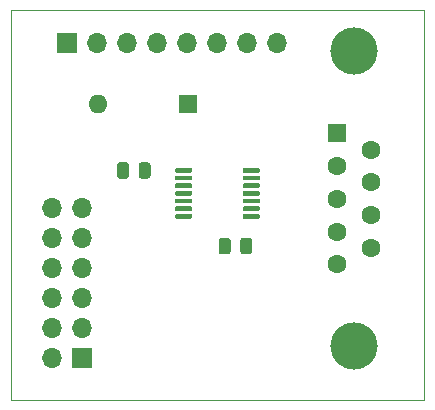
<source format=gbr>
%TF.GenerationSoftware,KiCad,Pcbnew,5.1.9*%
%TF.CreationDate,2021-02-06T21:01:27+01:00*%
%TF.ProjectId,linear_encoder,6c696e65-6172-45f6-956e-636f6465722e,0*%
%TF.SameCoordinates,Original*%
%TF.FileFunction,Soldermask,Top*%
%TF.FilePolarity,Negative*%
%FSLAX46Y46*%
G04 Gerber Fmt 4.6, Leading zero omitted, Abs format (unit mm)*
G04 Created by KiCad (PCBNEW 5.1.9) date 2021-02-06 21:01:27*
%MOMM*%
%LPD*%
G01*
G04 APERTURE LIST*
%TA.AperFunction,Profile*%
%ADD10C,0.100000*%
%TD*%
%ADD11O,1.700000X1.700000*%
%ADD12R,1.700000X1.700000*%
%ADD13C,4.000000*%
%ADD14C,1.600000*%
%ADD15R,1.600000X1.600000*%
%ADD16O,1.600000X1.600000*%
G04 APERTURE END LIST*
D10*
X109000000Y-19000000D02*
X109000000Y-52000000D01*
X74000000Y-19000000D02*
X109000000Y-19000000D01*
X74000000Y-52000000D02*
X74000000Y-19000000D01*
X109000000Y-52000000D02*
X74000000Y-52000000D01*
%TO.C,U1*%
G36*
G01*
X93605000Y-32690000D02*
X93605000Y-32490000D01*
G75*
G02*
X93705000Y-32390000I100000J0D01*
G01*
X94980000Y-32390000D01*
G75*
G02*
X95080000Y-32490000I0J-100000D01*
G01*
X95080000Y-32690000D01*
G75*
G02*
X94980000Y-32790000I-100000J0D01*
G01*
X93705000Y-32790000D01*
G75*
G02*
X93605000Y-32690000I0J100000D01*
G01*
G37*
G36*
G01*
X93605000Y-33340000D02*
X93605000Y-33140000D01*
G75*
G02*
X93705000Y-33040000I100000J0D01*
G01*
X94980000Y-33040000D01*
G75*
G02*
X95080000Y-33140000I0J-100000D01*
G01*
X95080000Y-33340000D01*
G75*
G02*
X94980000Y-33440000I-100000J0D01*
G01*
X93705000Y-33440000D01*
G75*
G02*
X93605000Y-33340000I0J100000D01*
G01*
G37*
G36*
G01*
X93605000Y-33990000D02*
X93605000Y-33790000D01*
G75*
G02*
X93705000Y-33690000I100000J0D01*
G01*
X94980000Y-33690000D01*
G75*
G02*
X95080000Y-33790000I0J-100000D01*
G01*
X95080000Y-33990000D01*
G75*
G02*
X94980000Y-34090000I-100000J0D01*
G01*
X93705000Y-34090000D01*
G75*
G02*
X93605000Y-33990000I0J100000D01*
G01*
G37*
G36*
G01*
X93605000Y-34640000D02*
X93605000Y-34440000D01*
G75*
G02*
X93705000Y-34340000I100000J0D01*
G01*
X94980000Y-34340000D01*
G75*
G02*
X95080000Y-34440000I0J-100000D01*
G01*
X95080000Y-34640000D01*
G75*
G02*
X94980000Y-34740000I-100000J0D01*
G01*
X93705000Y-34740000D01*
G75*
G02*
X93605000Y-34640000I0J100000D01*
G01*
G37*
G36*
G01*
X93605000Y-35290000D02*
X93605000Y-35090000D01*
G75*
G02*
X93705000Y-34990000I100000J0D01*
G01*
X94980000Y-34990000D01*
G75*
G02*
X95080000Y-35090000I0J-100000D01*
G01*
X95080000Y-35290000D01*
G75*
G02*
X94980000Y-35390000I-100000J0D01*
G01*
X93705000Y-35390000D01*
G75*
G02*
X93605000Y-35290000I0J100000D01*
G01*
G37*
G36*
G01*
X93605000Y-35940000D02*
X93605000Y-35740000D01*
G75*
G02*
X93705000Y-35640000I100000J0D01*
G01*
X94980000Y-35640000D01*
G75*
G02*
X95080000Y-35740000I0J-100000D01*
G01*
X95080000Y-35940000D01*
G75*
G02*
X94980000Y-36040000I-100000J0D01*
G01*
X93705000Y-36040000D01*
G75*
G02*
X93605000Y-35940000I0J100000D01*
G01*
G37*
G36*
G01*
X93605000Y-36590000D02*
X93605000Y-36390000D01*
G75*
G02*
X93705000Y-36290000I100000J0D01*
G01*
X94980000Y-36290000D01*
G75*
G02*
X95080000Y-36390000I0J-100000D01*
G01*
X95080000Y-36590000D01*
G75*
G02*
X94980000Y-36690000I-100000J0D01*
G01*
X93705000Y-36690000D01*
G75*
G02*
X93605000Y-36590000I0J100000D01*
G01*
G37*
G36*
G01*
X87880000Y-36590000D02*
X87880000Y-36390000D01*
G75*
G02*
X87980000Y-36290000I100000J0D01*
G01*
X89255000Y-36290000D01*
G75*
G02*
X89355000Y-36390000I0J-100000D01*
G01*
X89355000Y-36590000D01*
G75*
G02*
X89255000Y-36690000I-100000J0D01*
G01*
X87980000Y-36690000D01*
G75*
G02*
X87880000Y-36590000I0J100000D01*
G01*
G37*
G36*
G01*
X87880000Y-35940000D02*
X87880000Y-35740000D01*
G75*
G02*
X87980000Y-35640000I100000J0D01*
G01*
X89255000Y-35640000D01*
G75*
G02*
X89355000Y-35740000I0J-100000D01*
G01*
X89355000Y-35940000D01*
G75*
G02*
X89255000Y-36040000I-100000J0D01*
G01*
X87980000Y-36040000D01*
G75*
G02*
X87880000Y-35940000I0J100000D01*
G01*
G37*
G36*
G01*
X87880000Y-35290000D02*
X87880000Y-35090000D01*
G75*
G02*
X87980000Y-34990000I100000J0D01*
G01*
X89255000Y-34990000D01*
G75*
G02*
X89355000Y-35090000I0J-100000D01*
G01*
X89355000Y-35290000D01*
G75*
G02*
X89255000Y-35390000I-100000J0D01*
G01*
X87980000Y-35390000D01*
G75*
G02*
X87880000Y-35290000I0J100000D01*
G01*
G37*
G36*
G01*
X87880000Y-34640000D02*
X87880000Y-34440000D01*
G75*
G02*
X87980000Y-34340000I100000J0D01*
G01*
X89255000Y-34340000D01*
G75*
G02*
X89355000Y-34440000I0J-100000D01*
G01*
X89355000Y-34640000D01*
G75*
G02*
X89255000Y-34740000I-100000J0D01*
G01*
X87980000Y-34740000D01*
G75*
G02*
X87880000Y-34640000I0J100000D01*
G01*
G37*
G36*
G01*
X87880000Y-33990000D02*
X87880000Y-33790000D01*
G75*
G02*
X87980000Y-33690000I100000J0D01*
G01*
X89255000Y-33690000D01*
G75*
G02*
X89355000Y-33790000I0J-100000D01*
G01*
X89355000Y-33990000D01*
G75*
G02*
X89255000Y-34090000I-100000J0D01*
G01*
X87980000Y-34090000D01*
G75*
G02*
X87880000Y-33990000I0J100000D01*
G01*
G37*
G36*
G01*
X87880000Y-33340000D02*
X87880000Y-33140000D01*
G75*
G02*
X87980000Y-33040000I100000J0D01*
G01*
X89255000Y-33040000D01*
G75*
G02*
X89355000Y-33140000I0J-100000D01*
G01*
X89355000Y-33340000D01*
G75*
G02*
X89255000Y-33440000I-100000J0D01*
G01*
X87980000Y-33440000D01*
G75*
G02*
X87880000Y-33340000I0J100000D01*
G01*
G37*
G36*
G01*
X87880000Y-32690000D02*
X87880000Y-32490000D01*
G75*
G02*
X87980000Y-32390000I100000J0D01*
G01*
X89255000Y-32390000D01*
G75*
G02*
X89355000Y-32490000I0J-100000D01*
G01*
X89355000Y-32690000D01*
G75*
G02*
X89255000Y-32790000I-100000J0D01*
G01*
X87980000Y-32790000D01*
G75*
G02*
X87880000Y-32690000I0J100000D01*
G01*
G37*
%TD*%
%TO.C,R2*%
G36*
G01*
X93400000Y-39450001D02*
X93400000Y-38549999D01*
G75*
G02*
X93649999Y-38300000I249999J0D01*
G01*
X94175001Y-38300000D01*
G75*
G02*
X94425000Y-38549999I0J-249999D01*
G01*
X94425000Y-39450001D01*
G75*
G02*
X94175001Y-39700000I-249999J0D01*
G01*
X93649999Y-39700000D01*
G75*
G02*
X93400000Y-39450001I0J249999D01*
G01*
G37*
G36*
G01*
X91575000Y-39450001D02*
X91575000Y-38549999D01*
G75*
G02*
X91824999Y-38300000I249999J0D01*
G01*
X92350001Y-38300000D01*
G75*
G02*
X92600000Y-38549999I0J-249999D01*
G01*
X92600000Y-39450001D01*
G75*
G02*
X92350001Y-39700000I-249999J0D01*
G01*
X91824999Y-39700000D01*
G75*
G02*
X91575000Y-39450001I0J249999D01*
G01*
G37*
%TD*%
%TO.C,R1*%
G36*
G01*
X84800000Y-33050001D02*
X84800000Y-32149999D01*
G75*
G02*
X85049999Y-31900000I249999J0D01*
G01*
X85575001Y-31900000D01*
G75*
G02*
X85825000Y-32149999I0J-249999D01*
G01*
X85825000Y-33050001D01*
G75*
G02*
X85575001Y-33300000I-249999J0D01*
G01*
X85049999Y-33300000D01*
G75*
G02*
X84800000Y-33050001I0J249999D01*
G01*
G37*
G36*
G01*
X82975000Y-33050001D02*
X82975000Y-32149999D01*
G75*
G02*
X83224999Y-31900000I249999J0D01*
G01*
X83750001Y-31900000D01*
G75*
G02*
X84000000Y-32149999I0J-249999D01*
G01*
X84000000Y-33050001D01*
G75*
G02*
X83750001Y-33300000I-249999J0D01*
G01*
X83224999Y-33300000D01*
G75*
G02*
X82975000Y-33050001I0J249999D01*
G01*
G37*
%TD*%
D11*
%TO.C,JPMOD1*%
X77510000Y-35810000D03*
X80050000Y-35810000D03*
X77510000Y-38350000D03*
X80050000Y-38350000D03*
X77510000Y-40890000D03*
X80050000Y-40890000D03*
X77510000Y-43430000D03*
X80050000Y-43430000D03*
X77510000Y-45970000D03*
X80050000Y-45970000D03*
X77510000Y-48510000D03*
D12*
X80050000Y-48510000D03*
%TD*%
D13*
%TO.C,JDB9*%
X103060000Y-22500000D03*
X103060000Y-47500000D03*
D14*
X104480000Y-39155000D03*
X104480000Y-36385000D03*
X104480000Y-33615000D03*
X104480000Y-30845000D03*
X101640000Y-40540000D03*
X101640000Y-37770000D03*
X101640000Y-35000000D03*
X101640000Y-32230000D03*
D15*
X101640000Y-29460000D03*
%TD*%
D11*
%TO.C,J1*%
X96560000Y-21840000D03*
X94020000Y-21840000D03*
X91480000Y-21840000D03*
X88940000Y-21840000D03*
X86400000Y-21840000D03*
X83860000Y-21840000D03*
X81320000Y-21840000D03*
D12*
X78780000Y-21840000D03*
%TD*%
D16*
%TO.C,D1*%
X81380000Y-27000000D03*
D15*
X89000000Y-27000000D03*
%TD*%
M02*

</source>
